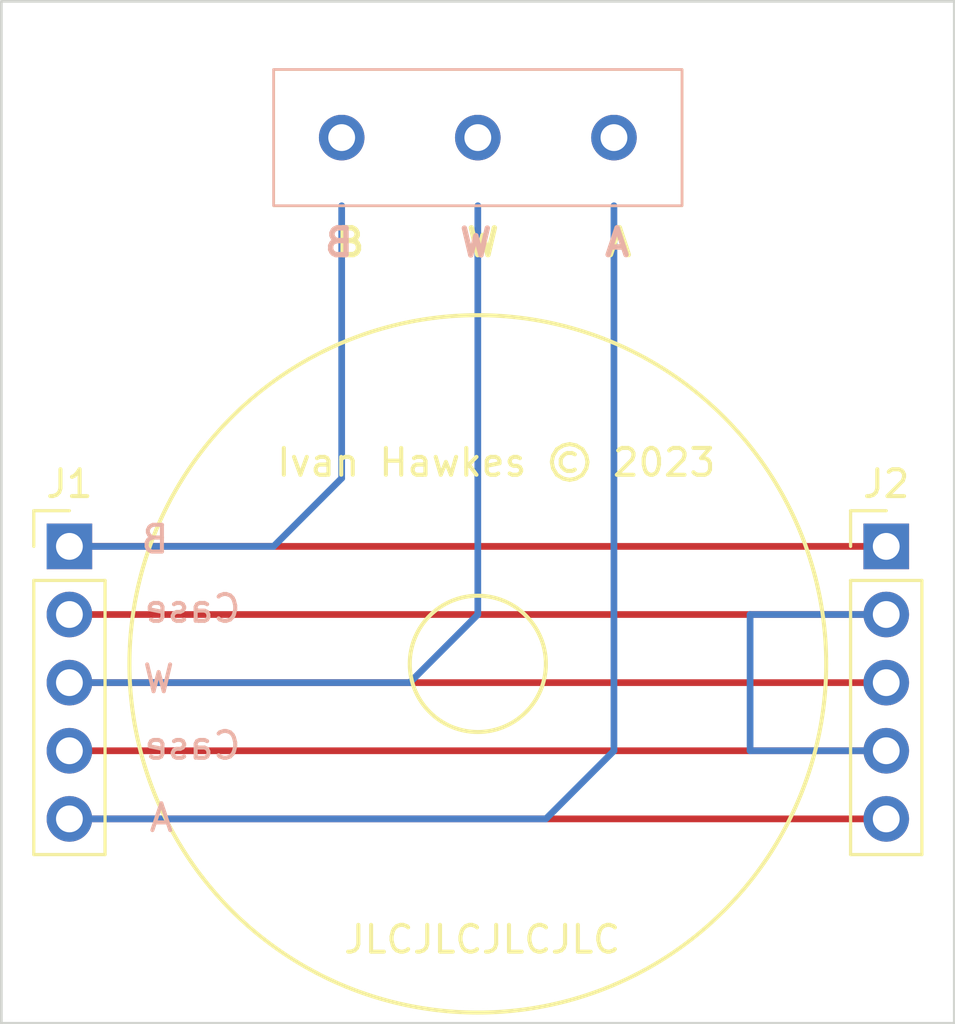
<source format=kicad_pcb>
(kicad_pcb (version 20221018) (generator pcbnew)
  (layers (0 "F.Cu" signal) (31 "B.Cu" signal) (34 "B.Paste" user) (35 "F.Paste" user) (36 "B.SilkS" user "B.Silkscreen") (37 "F.SilkS" user "F.Silkscreen") (38 "B.Mask" user) (39 "F.Mask" user) (44 "Edge.Cuts" user))
  (net 0 "")
  (net 1 "Net-(J1-Pin_1)")
  (net 2 "Net-(J1-Pin_2)")
  (net 3 "Net-(J1-Pin_3)")
  (net 4 "Net-(J1-Pin_5)")
  (footprint "Ivan Hawkes:PinHeader_1x05_P2.54mm_Vertical" (layer "F.Cu") (at 48.26 63.5)
    (fp_text reference "J1" (at 0 -2.33) (layer "F.SilkS"))
    (fp_text value "Conn_01x05" hide)
    (fp_line (start -1.33 -1.33) (end 0 -1.33) (stroke (width 0.12)) (layer "F.SilkS"))
    (fp_line (start -1.33 0) (end -1.33 -1.33) (stroke (width 0.12)) (layer "F.SilkS"))
    (fp_line (start -1.33 1.27) (end -1.33 11.49) (stroke (width 0.12)) (layer "F.SilkS"))
    (fp_line (start -1.33 1.27) (end 1.33 1.27) (stroke (width 0.12)) (layer "F.SilkS"))
    (fp_line (start -1.33 11.49) (end 1.33 11.49) (stroke (width 0.12)) (layer "F.SilkS"))
    (fp_line (start 1.33 1.27) (end 1.33 11.49) (stroke (width 0.12)) (layer "F.SilkS"))
    (pad "1" thru_hole rect (at 0 0) (size 1.7 1.7) (drill 1) (layers "*.Cu" "*.Mask") (net 1 "Net-(J1-Pin_1)"))
    (pad "2" thru_hole oval (at 0 2.54) (size 1.7 1.7) (drill 1) (layers "*.Cu" "*.Mask") (net 2 "Net-(J1-Pin_2)"))
    (pad "3" thru_hole oval (at 0 5.08) (size 1.7 1.7) (drill 1) (layers "*.Cu" "*.Mask") (net 3 "Net-(J1-Pin_3)"))
    (pad "4" thru_hole oval (at 0 7.62) (size 1.7 1.7) (drill 1) (layers "*.Cu" "*.Mask") (net 2 "Net-(J1-Pin_2)"))
    (pad "5" thru_hole oval (at 0 10.16) (size 1.7 1.7) (drill 1) (layers "*.Cu" "*.Mask") (net 4 "Net-(J1-Pin_5)"))
  )
  (footprint "Ivan Hawkes:PinHeader_1x05_P2.54mm_Vertical" (layer "F.Cu") (at 78.74 63.5)
    (fp_text reference "J2" (at 0 -2.33) (layer "F.SilkS"))
    (fp_text value "Conn_01x05" hide)
    (fp_line (start -1.33 -1.33) (end 0 -1.33) (stroke (width 0.12)) (layer "F.SilkS"))
    (fp_line (start -1.33 0) (end -1.33 -1.33) (stroke (width 0.12)) (layer "F.SilkS"))
    (fp_line (start -1.33 1.27) (end -1.33 11.49) (stroke (width 0.12)) (layer "F.SilkS"))
    (fp_line (start -1.33 1.27) (end 1.33 1.27) (stroke (width 0.12)) (layer "F.SilkS"))
    (fp_line (start -1.33 11.49) (end 1.33 11.49) (stroke (width 0.12)) (layer "F.SilkS"))
    (fp_line (start 1.33 1.27) (end 1.33 11.49) (stroke (width 0.12)) (layer "F.SilkS"))
    (pad "1" thru_hole rect (at 0 0) (size 1.7 1.7) (drill 1) (layers "*.Cu" "*.Mask") (net 1 "Net-(J1-Pin_1)"))
    (pad "2" thru_hole oval (at 0 2.54) (size 1.7 1.7) (drill 1) (layers "*.Cu" "*.Mask") (net 2 "Net-(J1-Pin_2)"))
    (pad "3" thru_hole oval (at 0 5.08) (size 1.7 1.7) (drill 1) (layers "*.Cu" "*.Mask") (net 3 "Net-(J1-Pin_3)"))
    (pad "4" thru_hole oval (at 0 7.62) (size 1.7 1.7) (drill 1) (layers "*.Cu" "*.Mask") (net 2 "Net-(J1-Pin_2)"))
    (pad "5" thru_hole oval (at 0 10.16) (size 1.7 1.7) (drill 1) (layers "*.Cu" "*.Mask") (net 4 "Net-(J1-Pin_5)"))
  )
  (footprint "Ivan Hawkes:Pads 01x03-5.08mm" (layer "F.Cu") (at 63.5 45.72)
    (fp_text reference "J3" hide)
    (fp_text value "Conn_01x03_Socket" hide)
    (fp_text user "B" (at -4.548839 7.035773 unlocked) (layer "B.SilkS") (effects (font (thickness 0.2) bold) (justify left bottom mirror)))
    (fp_text user "W" (at 0.629522 7.046256 unlocked) (layer "B.SilkS") (effects (font (thickness 0.2) bold) (justify left bottom mirror)))
    (fp_text user "A" (at 5.755472 7.035773 unlocked) (layer "B.SilkS") (effects (font (thickness 0.2) bold) (justify left bottom mirror)))
    (fp_text user "B" (at -5.396614 7.034464 unlocked) (layer "F.SilkS") (effects (font (thickness 0.2) bold) (justify left bottom)))
    (fp_text user "W" (at -0.514383 7.034464 unlocked) (layer "F.SilkS") (effects (font (thickness 0.2) bold) (justify left bottom)))
    (fp_text user "A" (at 4.721632 7.034464 unlocked) (layer "F.SilkS") (effects (font (thickness 0.2) bold) (justify left bottom)))
    (fp_rect (start -7.62 0) (end 7.62 5.08) (stroke (width 0.1)) (fill none) (layer "B.SilkS"))
    (fp_rect (start -7.62 0) (end 7.62 5.08) (stroke (width 0.1)) (fill none) (layer "F.SilkS"))
    (pad "1" thru_hole circle (at -5.08 2.54) (size 1.7 1.7) (drill 1) (layers "*.Cu" "*.Mask") (net 1 "Net-(J1-Pin_1)"))
    (pad "2" thru_hole circle (at 0 2.54) (size 1.7 1.7) (drill 1) (layers "*.Cu" "*.Mask") (net 3 "Net-(J1-Pin_3)"))
    (pad "3" thru_hole circle (at 5.08 2.54) (size 1.7 1.7) (drill 1) (layers "*.Cu" "*.Mask") (net 4 "Net-(J1-Pin_5)"))
  )
  (gr_circle (center 63.5 67.88) (end 76.5 67.88) (stroke (width 0.15)) (fill none) (layer "F.SilkS"))
  (gr_circle (center 63.5 67.88) (end 66.04 67.88) (stroke (width 0.15)) (fill none) (layer "F.SilkS"))
  (gr_rect (start 45.72 43.18) (end 81.28 81.28) (stroke (width 0.1)) (fill none) (layer "Edge.Cuts"))
  (gr_text "W" (at 52.259584 69.030218) (layer "B.SilkS") (effects (font (size 1 1)) (justify left bottom mirror)))
  (gr_text "Case" (at 54.736501 66.406555) (layer "B.SilkS") (effects (font (size 1 1)) (justify left bottom mirror)))
  (gr_text "B" (at 52.048544 63.824568) (layer "B.SilkS") (effects (font (size 1 1)) (justify left bottom mirror)))
  (gr_text "Case" (at 54.736501 71.511458) (layer "B.SilkS") (effects (font (size 1 1)) (justify left bottom mirror)))
  (gr_text "A" (at 52.217376 74.207729) (layer "B.SilkS") (effects (font (size 1 1)) (justify left bottom mirror)))
  (gr_text "JLCJLCJLCJLC" (at 58.42 78.74) (layer "F.SilkS") (effects (font (size 1 1)) (justify left bottom)))
  (gr_text "Ivan Hawkes © 2023" (at 55.924093 60.96) (layer "F.SilkS") (effects (font (size 1 1)) (justify left bottom)))
  (segment (start 48.26 63.5) (end 78.615 63.5) (width 0.25) (layer "F.Cu") (net 1))
  (segment (start 58.42 60.96) (end 58.42 50.8) (width 0.25) (layer "B.Cu") (net 1))
  (segment (start 48.26 63.5) (end 55.88 63.5) (width 0.25) (layer "B.Cu") (net 1))
  (segment (start 55.88 63.5) (end 58.42 60.96) (width 0.25) (layer "B.Cu") (net 1))
  (segment (start 48.26 71.12) (end 78.615 71.12) (width 0.25) (layer "F.Cu") (net 2))
  (segment (start 48.26 66.04) (end 78.615 66.04) (width 0.25) (layer "F.Cu") (net 2))
  (segment (start 73.66 71.12) (end 78.74 71.12) (width 0.25) (layer "B.Cu") (net 2))
  (segment (start 73.66 66.04) (end 73.66 71.12) (width 0.25) (layer "B.Cu") (net 2))
  (segment (start 78.74 66.04) (end 73.66 66.04) (width 0.25) (layer "B.Cu") (net 2))
  (segment (start 48.26 68.58) (end 78.615 68.58) (width 0.25) (layer "F.Cu") (net 3))
  (segment (start 60.96 68.58) (end 63.5 66.04) (width 0.25) (layer "B.Cu") (net 3))
  (segment (start 63.5 66.04) (end 63.5 50.8) (width 0.25) (layer "B.Cu") (net 3))
  (segment (start 48.26 68.58) (end 60.96 68.58) (width 0.25) (layer "B.Cu") (net 3))
  (segment (start 48.26 73.66) (end 78.615 73.66) (width 0.25) (layer "F.Cu") (net 4))
  (segment (start 66.04 73.66) (end 68.58 71.12) (width 0.25) (layer "B.Cu") (net 4))
  (segment (start 68.58 71.12) (end 68.58 50.8) (width 0.25) (layer "B.Cu") (net 4))
  (segment (start 48.26 73.66) (end 66.04 73.66) (width 0.25) (layer "B.Cu") (net 4))
)
</source>
